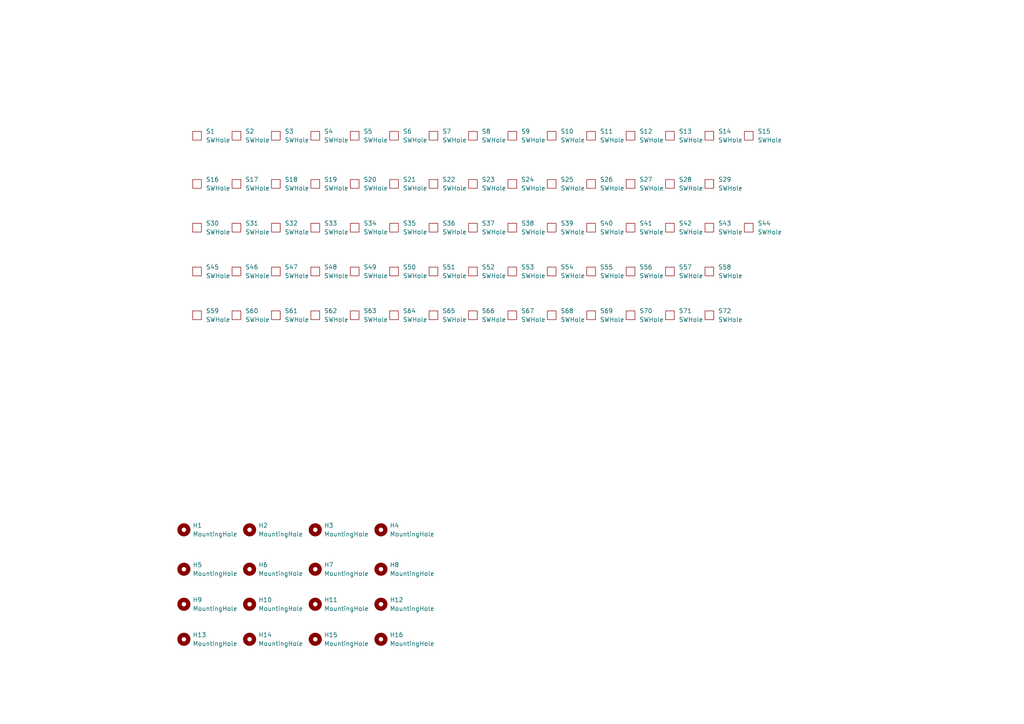
<source format=kicad_sch>
(kicad_sch (version 20250114) (generator "eeschema") (generator_version "9.0")
  (paper "A4")
  (lib_symbols
    (symbol "Mechanical:MountingHole" (pin_names (offset 1.016)) (in_bom no)
      (property "Reference" "H" (at 0 5.08 0))
      (property "Value" "MountingHole" (at 0 3.175 0))
      (symbol "MountingHole_0_1"
        (circle (center 0 0) (radius 1.27) (stroke (width 1.27)))
      )
    )
    (symbol "tmr-lib:SWHole"
      (property "Reference" "S" (at 0 2.54 0))
      (property "Value" "SWHole" (at 0 -2.54 0))
      (symbol "SWHole_0_1"
        (rectangle (start -1.27 1.27) (end 1.27 -1.27) (stroke (width 0.1524)))
      )
    )
  )
  (symbol (lib_id "tmr-lib:SWHole") (at 125.73 53.34 0) (unit 1)
    (property "Reference" "S22" (at 128.27 52.0699 0) (effects (justify left)))
    (property "Value" "SWHole" (at 128.27 54.6099 0) (effects (justify left)))
    (property "Footprint" "tmr-lib:Switch_Cutout_dummy" (effects (hide yes)))
  )
  (symbol (lib_id "tmr-lib:SWHole") (at 148.59 66.04 0) (unit 1)
    (property "Reference" "S38" (at 151.13 64.7699 0) (effects (justify left)))
    (property "Value" "SWHole" (at 151.13 67.3099 0) (effects (justify left)))
    (property "Footprint" "tmr-lib:Switch_Cutout_dummy" (effects (hide yes)))
  )
  (symbol (lib_id "Mechanical:MountingHole") (at 110.49 165.1 0) (unit 1) (in_bom no)
    (property "Reference" "H8" (at 113.03 163.8299 0) (effects (justify left)))
    (property "Value" "MountingHole" (at 113.03 166.3699 0) (effects (justify left)))
    (property "Footprint" "tmr-lib:MountingHole_2.7mm_M2.5" (effects (hide yes)))
    (property "Description" "Mounting Hole without connection" (effects (hide yes)))
  )
  (symbol (lib_id "tmr-lib:SWHole") (at 68.58 91.44 0) (unit 1)
    (property "Reference" "S60" (at 71.12 90.1699 0) (effects (justify left)))
    (property "Value" "SWHole" (at 71.12 92.7099 0) (effects (justify left)))
    (property "Footprint" "tmr-lib:Switch_Cutout_dummy" (effects (hide yes)))
  )
  (symbol (lib_id "tmr-lib:SWHole") (at 137.16 66.04 0) (unit 1)
    (property "Reference" "S37" (at 139.7 64.7699 0) (effects (justify left)))
    (property "Value" "SWHole" (at 139.7 67.3099 0) (effects (justify left)))
    (property "Footprint" "tmr-lib:Switch_Cutout_dummy" (effects (hide yes)))
  )
  (symbol (lib_id "tmr-lib:SWHole") (at 205.74 78.74 0) (unit 1)
    (property "Reference" "S58" (at 208.28 77.4699 0) (effects (justify left)))
    (property "Value" "SWHole" (at 208.28 80.0099 0) (effects (justify left)))
    (property "Footprint" "tmr-lib:Switch_Cutout_dummy" (effects (hide yes)))
  )
  (symbol (lib_id "Mechanical:MountingHole") (at 72.39 153.67 0) (unit 1) (in_bom no)
    (property "Reference" "H2" (at 74.93 152.3999 0) (effects (justify left)))
    (property "Value" "MountingHole" (at 74.93 154.9399 0) (effects (justify left)))
    (property "Footprint" "tmr-lib:MountingHole_2.7mm_M2.5" (effects (hide yes)))
    (property "Description" "Mounting Hole without connection" (effects (hide yes)))
  )
  (symbol (lib_id "tmr-lib:SWHole") (at 102.87 53.34 0) (unit 1)
    (property "Reference" "S20" (at 105.41 52.0699 0) (effects (justify left)))
    (property "Value" "SWHole" (at 105.41 54.6099 0) (effects (justify left)))
    (property "Footprint" "tmr-lib:Switch_Cutout_dummy" (effects (hide yes)))
  )
  (symbol (lib_id "tmr-lib:SWHole") (at 114.3 78.74 0) (unit 1)
    (property "Reference" "S50" (at 116.84 77.4699 0) (effects (justify left)))
    (property "Value" "SWHole" (at 116.84 80.0099 0) (effects (justify left)))
    (property "Footprint" "tmr-lib:Switch_Cutout_dummy" (effects (hide yes)))
  )
  (symbol (lib_id "tmr-lib:SWHole") (at 114.3 91.44 0) (unit 1)
    (property "Reference" "S64" (at 116.84 90.1699 0) (effects (justify left)))
    (property "Value" "SWHole" (at 116.84 92.7099 0) (effects (justify left)))
    (property "Footprint" "tmr-lib:Switch_Cutout_2u_dummy" (effects (hide yes)))
  )
  (symbol (lib_id "tmr-lib:SWHole") (at 80.01 78.74 0) (unit 1)
    (property "Reference" "S47" (at 82.55 77.4699 0) (effects (justify left)))
    (property "Value" "SWHole" (at 82.55 80.0099 0) (effects (justify left)))
    (property "Footprint" "tmr-lib:Switch_Cutout_dummy" (effects (hide yes)))
  )
  (symbol (lib_id "tmr-lib:SWHole") (at 114.3 39.37 0) (unit 1)
    (property "Reference" "S6" (at 116.84 38.0999 0) (effects (justify left)))
    (property "Value" "SWHole" (at 116.84 40.6399 0) (effects (justify left)))
    (property "Footprint" "tmr-lib:Switch_Cutout_dummy" (effects (hide yes)))
  )
  (symbol (lib_id "tmr-lib:SWHole") (at 68.58 53.34 0) (unit 1)
    (property "Reference" "S17" (at 71.12 52.0699 0) (effects (justify left)))
    (property "Value" "SWHole" (at 71.12 54.6099 0) (effects (justify left)))
    (property "Footprint" "tmr-lib:Switch_Cutout_dummy" (effects (hide yes)))
  )
  (symbol (lib_id "Mechanical:MountingHole") (at 53.34 175.26 0) (unit 1) (in_bom no)
    (property "Reference" "H9" (at 55.88 173.9899 0) (effects (justify left)))
    (property "Value" "MountingHole" (at 55.88 176.5299 0) (effects (justify left)))
    (property "Footprint" "tmr-lib:MountingHole_2.7mm_M2.5" (effects (hide yes)))
    (property "Description" "Mounting Hole without connection" (effects (hide yes)))
  )
  (symbol (lib_id "Mechanical:MountingHole") (at 72.39 165.1 0) (unit 1) (in_bom no)
    (property "Reference" "H6" (at 74.93 163.8299 0) (effects (justify left)))
    (property "Value" "MountingHole" (at 74.93 166.3699 0) (effects (justify left)))
    (property "Footprint" "tmr-lib:MountingHole_2.7mm_M2.5" (effects (hide yes)))
    (property "Description" "Mounting Hole without connection" (effects (hide yes)))
  )
  (symbol (lib_id "tmr-lib:SWHole") (at 194.31 78.74 0) (unit 1)
    (property "Reference" "S57" (at 196.85 77.4699 0) (effects (justify left)))
    (property "Value" "SWHole" (at 196.85 80.0099 0) (effects (justify left)))
    (property "Footprint" "tmr-lib:Switch_Cutout_dummy" (effects (hide yes)))
  )
  (symbol (lib_id "tmr-lib:SWHole") (at 194.31 53.34 0) (unit 1)
    (property "Reference" "S28" (at 196.85 52.0699 0) (effects (justify left)))
    (property "Value" "SWHole" (at 196.85 54.6099 0) (effects (justify left)))
    (property "Footprint" "tmr-lib:Switch_Cutout_dummy" (effects (hide yes)))
  )
  (symbol (lib_id "tmr-lib:SWHole") (at 194.31 66.04 0) (unit 1)
    (property "Reference" "S42" (at 196.85 64.7699 0) (effects (justify left)))
    (property "Value" "SWHole" (at 196.85 67.3099 0) (effects (justify left)))
    (property "Footprint" "tmr-lib:Switch_Cutout_dummy" (effects (hide yes)))
  )
  (symbol (lib_id "tmr-lib:SWHole") (at 68.58 66.04 0) (unit 1)
    (property "Reference" "S31" (at 71.12 64.7699 0) (effects (justify left)))
    (property "Value" "SWHole" (at 71.12 67.3099 0) (effects (justify left)))
    (property "Footprint" "tmr-lib:Switch_Cutout_dummy" (effects (hide yes)))
  )
  (symbol (lib_id "tmr-lib:SWHole") (at 102.87 66.04 0) (unit 1)
    (property "Reference" "S34" (at 105.41 64.7699 0) (effects (justify left)))
    (property "Value" "SWHole" (at 105.41 67.3099 0) (effects (justify left)))
    (property "Footprint" "tmr-lib:Switch_Cutout_dummy" (effects (hide yes)))
  )
  (symbol (lib_id "tmr-lib:SWHole") (at 57.15 78.74 0) (unit 1)
    (property "Reference" "S45" (at 59.69 77.4699 0) (effects (justify left)))
    (property "Value" "SWHole" (at 59.69 80.0099 0) (effects (justify left)))
    (property "Footprint" "tmr-lib:Switch_Cutout_dummy" (effects (hide yes)))
  )
  (symbol (lib_id "tmr-lib:SWHole") (at 57.15 39.37 0) (unit 1)
    (property "Reference" "S1" (at 59.69 38.0999 0) (effects (justify left)))
    (property "Value" "SWHole" (at 59.69 40.6399 0) (effects (justify left)))
    (property "Footprint" "tmr-lib:Switch_Cutout_dummy" (effects (hide yes)))
  )
  (symbol (lib_id "tmr-lib:SWHole") (at 205.74 91.44 0) (unit 1)
    (property "Reference" "S72" (at 208.28 90.1699 0) (effects (justify left)))
    (property "Value" "SWHole" (at 208.28 92.7099 0) (effects (justify left)))
    (property "Footprint" "tmr-lib:Switch_Cutout_dummy" (effects (hide yes)))
  )
  (symbol (lib_id "tmr-lib:SWHole") (at 125.73 39.37 0) (unit 1)
    (property "Reference" "S7" (at 128.27 38.0999 0) (effects (justify left)))
    (property "Value" "SWHole" (at 128.27 40.6399 0) (effects (justify left)))
    (property "Footprint" "tmr-lib:Switch_Cutout_dummy" (effects (hide yes)))
  )
  (symbol (lib_id "tmr-lib:SWHole") (at 148.59 39.37 0) (unit 1)
    (property "Reference" "S9" (at 151.13 38.0999 0) (effects (justify left)))
    (property "Value" "SWHole" (at 151.13 40.6399 0) (effects (justify left)))
    (property "Footprint" "tmr-lib:Switch_Cutout_dummy" (effects (hide yes)))
  )
  (symbol (lib_id "tmr-lib:SWHole") (at 68.58 78.74 0) (unit 1)
    (property "Reference" "S46" (at 71.12 77.4699 0) (effects (justify left)))
    (property "Value" "SWHole" (at 71.12 80.0099 0) (effects (justify left)))
    (property "Footprint" "tmr-lib:Switch_Cutout_dummy" (effects (hide yes)))
  )
  (symbol (lib_id "tmr-lib:SWHole") (at 171.45 91.44 0) (unit 1)
    (property "Reference" "S69" (at 173.99 90.1699 0) (effects (justify left)))
    (property "Value" "SWHole" (at 173.99 92.7099 0) (effects (justify left)))
    (property "Footprint" "tmr-lib:Switch_Cutout_dummy" (effects (hide yes)))
  )
  (symbol (lib_id "tmr-lib:SWHole") (at 171.45 39.37 0) (unit 1)
    (property "Reference" "S11" (at 173.99 38.0999 0) (effects (justify left)))
    (property "Value" "SWHole" (at 173.99 40.6399 0) (effects (justify left)))
    (property "Footprint" "tmr-lib:Switch_Cutout_dummy" (effects (hide yes)))
  )
  (symbol (lib_id "tmr-lib:SWHole") (at 194.31 91.44 0) (unit 1)
    (property "Reference" "S71" (at 196.85 90.1699 0) (effects (justify left)))
    (property "Value" "SWHole" (at 196.85 92.7099 0) (effects (justify left)))
    (property "Footprint" "tmr-lib:Switch_Cutout_dummy" (effects (hide yes)))
  )
  (symbol (lib_id "tmr-lib:SWHole") (at 205.74 39.37 0) (unit 1)
    (property "Reference" "S14" (at 208.28 38.0999 0) (effects (justify left)))
    (property "Value" "SWHole" (at 208.28 40.6399 0) (effects (justify left)))
    (property "Footprint" "tmr-lib:Switch_Cutout_dummy" (effects (hide yes)))
  )
  (symbol (lib_id "tmr-lib:SWHole") (at 148.59 91.44 0) (unit 1)
    (property "Reference" "S67" (at 151.13 90.1699 0) (effects (justify left)))
    (property "Value" "SWHole" (at 151.13 92.7099 0) (effects (justify left)))
    (property "Footprint" "tmr-lib:Switch_Cutout_dummy" (effects (hide yes)))
  )
  (symbol (lib_id "tmr-lib:SWHole") (at 91.44 53.34 0) (unit 1)
    (property "Reference" "S19" (at 93.98 52.0699 0) (effects (justify left)))
    (property "Value" "SWHole" (at 93.98 54.6099 0) (effects (justify left)))
    (property "Footprint" "tmr-lib:Switch_Cutout_dummy" (effects (hide yes)))
  )
  (symbol (lib_id "tmr-lib:SWHole") (at 102.87 39.37 0) (unit 1)
    (property "Reference" "S5" (at 105.41 38.0999 0) (effects (justify left)))
    (property "Value" "SWHole" (at 105.41 40.6399 0) (effects (justify left)))
    (property "Footprint" "tmr-lib:Switch_Cutout_dummy" (effects (hide yes)))
  )
  (symbol (lib_id "tmr-lib:SWHole") (at 91.44 39.37 0) (unit 1)
    (property "Reference" "S4" (at 93.98 38.0999 0) (effects (justify left)))
    (property "Value" "SWHole" (at 93.98 40.6399 0) (effects (justify left)))
    (property "Footprint" "tmr-lib:Switch_Cutout_dummy" (effects (hide yes)))
  )
  (symbol (lib_id "tmr-lib:SWHole") (at 137.16 91.44 0) (unit 1)
    (property "Reference" "S66" (at 139.7 90.1699 0) (effects (justify left)))
    (property "Value" "SWHole" (at 139.7 92.7099 0) (effects (justify left)))
    (property "Footprint" "tmr-lib:Switch_Cutout_2u_dummy" (effects (hide yes)))
  )
  (symbol (lib_id "tmr-lib:SWHole") (at 182.88 91.44 0) (unit 1)
    (property "Reference" "S70" (at 185.42 90.1699 0) (effects (justify left)))
    (property "Value" "SWHole" (at 185.42 92.7099 0) (effects (justify left)))
    (property "Footprint" "tmr-lib:Switch_Cutout_dummy" (effects (hide yes)))
  )
  (symbol (lib_id "Mechanical:MountingHole") (at 110.49 185.42 0) (unit 1) (in_bom no)
    (property "Reference" "H16" (at 113.03 184.1499 0) (effects (justify left)))
    (property "Value" "MountingHole" (at 113.03 186.6899 0) (effects (justify left)))
    (property "Footprint" "tmr-lib:MountingHole_2.7mm_M2.5" (effects (hide yes)))
    (property "Description" "Mounting Hole without connection" (effects (hide yes)))
  )
  (symbol (lib_id "tmr-lib:SWHole") (at 68.58 39.37 0) (unit 1)
    (property "Reference" "S2" (at 71.12 38.0999 0) (effects (justify left)))
    (property "Value" "SWHole" (at 71.12 40.6399 0) (effects (justify left)))
    (property "Footprint" "tmr-lib:Switch_Cutout_dummy" (effects (hide yes)))
  )
  (symbol (lib_id "tmr-lib:SWHole") (at 125.73 78.74 0) (unit 1)
    (property "Reference" "S51" (at 128.27 77.4699 0) (effects (justify left)))
    (property "Value" "SWHole" (at 128.27 80.0099 0) (effects (justify left)))
    (property "Footprint" "tmr-lib:Switch_Cutout_dummy" (effects (hide yes)))
  )
  (symbol (lib_id "tmr-lib:SWHole") (at 137.16 53.34 0) (unit 1)
    (property "Reference" "S23" (at 139.7 52.0699 0) (effects (justify left)))
    (property "Value" "SWHole" (at 139.7 54.6099 0) (effects (justify left)))
    (property "Footprint" "tmr-lib:Switch_Cutout_dummy" (effects (hide yes)))
  )
  (symbol (lib_id "Mechanical:MountingHole") (at 53.34 185.42 0) (unit 1) (in_bom no)
    (property "Reference" "H13" (at 55.88 184.1499 0) (effects (justify left)))
    (property "Value" "MountingHole" (at 55.88 186.6899 0) (effects (justify left)))
    (property "Footprint" "tmr-lib:MountingHole_2.7mm_M2.5" (effects (hide yes)))
    (property "Description" "Mounting Hole without connection" (effects (hide yes)))
  )
  (symbol (lib_id "Mechanical:MountingHole") (at 91.44 185.42 0) (unit 1) (in_bom no)
    (property "Reference" "H15" (at 93.98 184.1499 0) (effects (justify left)))
    (property "Value" "MountingHole" (at 93.98 186.6899 0) (effects (justify left)))
    (property "Footprint" "tmr-lib:MountingHole_2.7mm_M2.5" (effects (hide yes)))
    (property "Description" "Mounting Hole without connection" (effects (hide yes)))
  )
  (symbol (lib_id "tmr-lib:SWHole") (at 91.44 78.74 0) (unit 1)
    (property "Reference" "S48" (at 93.98 77.4699 0) (effects (justify left)))
    (property "Value" "SWHole" (at 93.98 80.0099 0) (effects (justify left)))
    (property "Footprint" "tmr-lib:Switch_Cutout_dummy" (effects (hide yes)))
  )
  (symbol (lib_id "Mechanical:MountingHole") (at 72.39 175.26 0) (unit 1) (in_bom no)
    (property "Reference" "H10" (at 74.93 173.9899 0) (effects (justify left)))
    (property "Value" "MountingHole" (at 74.93 176.5299 0) (effects (justify left)))
    (property "Footprint" "tmr-lib:MountingHole_2.7mm_M2.5" (effects (hide yes)))
    (property "Description" "Mounting Hole without connection" (effects (hide yes)))
  )
  (symbol (lib_id "tmr-lib:SWHole") (at 80.01 53.34 0) (unit 1)
    (property "Reference" "S18" (at 82.55 52.0699 0) (effects (justify left)))
    (property "Value" "SWHole" (at 82.55 54.6099 0) (effects (justify left)))
    (property "Footprint" "tmr-lib:Switch_Cutout_dummy" (effects (hide yes)))
  )
  (symbol (lib_id "tmr-lib:SWHole") (at 171.45 78.74 0) (unit 1)
    (property "Reference" "S55" (at 173.99 77.4699 0) (effects (justify left)))
    (property "Value" "SWHole" (at 173.99 80.0099 0) (effects (justify left)))
    (property "Footprint" "tmr-lib:Switch_Cutout_dummy" (effects (hide yes)))
  )
  (symbol (lib_id "tmr-lib:SWHole") (at 80.01 66.04 0) (unit 1)
    (property "Reference" "S32" (at 82.55 64.7699 0) (effects (justify left)))
    (property "Value" "SWHole" (at 82.55 67.3099 0) (effects (justify left)))
    (property "Footprint" "tmr-lib:Switch_Cutout_dummy" (effects (hide yes)))
  )
  (symbol (lib_id "tmr-lib:SWHole") (at 102.87 78.74 0) (unit 1)
    (property "Reference" "S49" (at 105.41 77.4699 0) (effects (justify left)))
    (property "Value" "SWHole" (at 105.41 80.0099 0) (effects (justify left)))
    (property "Footprint" "tmr-lib:Switch_Cutout_dummy" (effects (hide yes)))
  )
  (symbol (lib_id "tmr-lib:SWHole") (at 160.02 39.37 0) (unit 1)
    (property "Reference" "S10" (at 162.56 38.0999 0) (effects (justify left)))
    (property "Value" "SWHole" (at 162.56 40.6399 0) (effects (justify left)))
    (property "Footprint" "tmr-lib:Switch_Cutout_dummy" (effects (hide yes)))
  )
  (symbol (lib_id "tmr-lib:SWHole") (at 114.3 66.04 0) (unit 1)
    (property "Reference" "S35" (at 116.84 64.7699 0) (effects (justify left)))
    (property "Value" "SWHole" (at 116.84 67.3099 0) (effects (justify left)))
    (property "Footprint" "tmr-lib:Switch_Cutout_dummy" (effects (hide yes)))
  )
  (symbol (lib_id "tmr-lib:SWHole") (at 57.15 53.34 0) (unit 1)
    (property "Reference" "S16" (at 59.69 52.0699 0) (effects (justify left)))
    (property "Value" "SWHole" (at 59.69 54.6099 0) (effects (justify left)))
    (property "Footprint" "tmr-lib:Switch_Cutout_dummy" (effects (hide yes)))
  )
  (symbol (lib_id "tmr-lib:SWHole") (at 205.74 66.04 0) (unit 1)
    (property "Reference" "S43" (at 208.28 64.7699 0) (effects (justify left)))
    (property "Value" "SWHole" (at 208.28 67.3099 0) (effects (justify left)))
    (property "Footprint" "tmr-lib:Switch_Cutout_dummy" (effects (hide yes)))
  )
  (symbol (lib_id "tmr-lib:SWHole") (at 160.02 78.74 0) (unit 1)
    (property "Reference" "S54" (at 162.56 77.4699 0) (effects (justify left)))
    (property "Value" "SWHole" (at 162.56 80.0099 0) (effects (justify left)))
    (property "Footprint" "tmr-lib:Switch_Cutout_dummy" (effects (hide yes)))
  )
  (symbol (lib_id "tmr-lib:SWHole") (at 171.45 53.34 0) (unit 1)
    (property "Reference" "S26" (at 173.99 52.0699 0) (effects (justify left)))
    (property "Value" "SWHole" (at 173.99 54.6099 0) (effects (justify left)))
    (property "Footprint" "tmr-lib:Switch_Cutout_dummy" (effects (hide yes)))
  )
  (symbol (lib_id "tmr-lib:SWHole") (at 182.88 78.74 0) (unit 1)
    (property "Reference" "S56" (at 185.42 77.4699 0) (effects (justify left)))
    (property "Value" "SWHole" (at 185.42 80.0099 0) (effects (justify left)))
    (property "Footprint" "tmr-lib:Switch_Cutout_dummy" (effects (hide yes)))
  )
  (symbol (lib_id "Mechanical:MountingHole") (at 53.34 153.67 0) (unit 1) (in_bom no)
    (property "Reference" "H1" (at 55.88 152.3999 0) (effects (justify left)))
    (property "Value" "MountingHole" (at 55.88 154.9399 0) (effects (justify left)))
    (property "Footprint" "tmr-lib:MountingHole_2.7mm_M2.5" (effects (hide yes)))
    (property "Description" "Mounting Hole without connection" (effects (hide yes)))
  )
  (symbol (lib_id "tmr-lib:SWHole") (at 91.44 91.44 0) (unit 1)
    (property "Reference" "S62" (at 93.98 90.1699 0) (effects (justify left)))
    (property "Value" "SWHole" (at 93.98 92.7099 0) (effects (justify left)))
    (property "Footprint" "tmr-lib:Switch_Cutout_dummy" (effects (hide yes)))
  )
  (symbol (lib_id "tmr-lib:SWHole") (at 137.16 39.37 0) (unit 1)
    (property "Reference" "S8" (at 139.7 38.0999 0) (effects (justify left)))
    (property "Value" "SWHole" (at 139.7 40.6399 0) (effects (justify left)))
    (property "Footprint" "tmr-lib:Switch_Cutout_dummy" (effects (hide yes)))
  )
  (symbol (lib_id "tmr-lib:SWHole") (at 182.88 39.37 0) (unit 1)
    (property "Reference" "S12" (at 185.42 38.0999 0) (effects (justify left)))
    (property "Value" "SWHole" (at 185.42 40.6399 0) (effects (justify left)))
    (property "Footprint" "tmr-lib:Switch_Cutout_dummy" (effects (hide yes)))
  )
  (symbol (lib_id "tmr-lib:SWHole") (at 182.88 66.04 0) (unit 1)
    (property "Reference" "S41" (at 185.42 64.7699 0) (effects (justify left)))
    (property "Value" "SWHole" (at 185.42 67.3099 0) (effects (justify left)))
    (property "Footprint" "tmr-lib:Switch_Cutout_dummy" (effects (hide yes)))
  )
  (symbol (lib_id "tmr-lib:SWHole") (at 57.15 66.04 0) (unit 1)
    (property "Reference" "S30" (at 59.69 64.7699 0) (effects (justify left)))
    (property "Value" "SWHole" (at 59.69 67.3099 0) (effects (justify left)))
    (property "Footprint" "tmr-lib:Switch_Cutout_dummy" (effects (hide yes)))
  )
  (symbol (lib_id "tmr-lib:SWHole") (at 137.16 78.74 0) (unit 1)
    (property "Reference" "S52" (at 139.7 77.4699 0) (effects (justify left)))
    (property "Value" "SWHole" (at 139.7 80.0099 0) (effects (justify left)))
    (property "Footprint" "tmr-lib:Switch_Cutout_dummy" (effects (hide yes)))
  )
  (symbol (lib_id "tmr-lib:SWHole") (at 125.73 91.44 0) (unit 1)
    (property "Reference" "S65" (at 128.27 90.1699 0) (effects (justify left)))
    (property "Value" "SWHole" (at 128.27 92.7099 0) (effects (justify left)))
    (property "Footprint" "tmr-lib:Switch_Cutout_dummy" (effects (hide yes)))
  )
  (symbol (lib_id "tmr-lib:SWHole") (at 148.59 78.74 0) (unit 1)
    (property "Reference" "S53" (at 151.13 77.4699 0) (effects (justify left)))
    (property "Value" "SWHole" (at 151.13 80.0099 0) (effects (justify left)))
    (property "Footprint" "tmr-lib:Switch_Cutout_dummy" (effects (hide yes)))
  )
  (symbol (lib_id "tmr-lib:SWHole") (at 160.02 53.34 0) (unit 1)
    (property "Reference" "S25" (at 162.56 52.0699 0) (effects (justify left)))
    (property "Value" "SWHole" (at 162.56 54.6099 0) (effects (justify left)))
    (property "Footprint" "tmr-lib:Switch_Cutout_dummy" (effects (hide yes)))
  )
  (symbol (lib_id "Mechanical:MountingHole") (at 91.44 165.1 0) (unit 1) (in_bom no)
    (property "Reference" "H7" (at 93.98 163.8299 0) (effects (justify left)))
    (property "Value" "MountingHole" (at 93.98 166.3699 0) (effects (justify left)))
    (property "Footprint" "tmr-lib:MountingHole_2.7mm_M2.5" (effects (hide yes)))
    (property "Description" "Mounting Hole without connection" (effects (hide yes)))
  )
  (symbol (lib_id "tmr-lib:SWHole") (at 160.02 91.44 0) (unit 1)
    (property "Reference" "S68" (at 162.56 90.1699 0) (effects (justify left)))
    (property "Value" "SWHole" (at 162.56 92.7099 0) (effects (justify left)))
    (property "Footprint" "tmr-lib:Switch_Cutout_dummy" (effects (hide yes)))
  )
  (symbol (lib_id "tmr-lib:SWHole") (at 148.59 53.34 0) (unit 1)
    (property "Reference" "S24" (at 151.13 52.0699 0) (effects (justify left)))
    (property "Value" "SWHole" (at 151.13 54.6099 0) (effects (justify left)))
    (property "Footprint" "tmr-lib:Switch_Cutout_dummy" (effects (hide yes)))
  )
  (symbol (lib_id "Mechanical:MountingHole") (at 91.44 153.67 0) (unit 1) (in_bom no)
    (property "Reference" "H3" (at 93.98 152.3999 0) (effects (justify left)))
    (property "Value" "MountingHole" (at 93.98 154.9399 0) (effects (justify left)))
    (property "Footprint" "tmr-lib:MountingHole_2.7mm_M2.5" (effects (hide yes)))
    (property "Description" "Mounting Hole without connection" (effects (hide yes)))
  )
  (symbol (lib_id "tmr-lib:SWHole") (at 217.17 39.37 0) (unit 1)
    (property "Reference" "S15" (at 219.71 38.0999 0) (effects (justify left)))
    (property "Value" "SWHole" (at 219.71 40.6399 0) (effects (justify left)))
    (property "Footprint" "tmr-lib:Switch_Cutout_dummy" (effects (hide yes)))
  )
  (symbol (lib_id "Mechanical:MountingHole") (at 72.39 185.42 0) (unit 1) (in_bom no)
    (property "Reference" "H14" (at 74.93 184.1499 0) (effects (justify left)))
    (property "Value" "MountingHole" (at 74.93 186.6899 0) (effects (justify left)))
    (property "Footprint" "tmr-lib:MountingHole_2.7mm_M2.5" (effects (hide yes)))
    (property "Description" "Mounting Hole without connection" (effects (hide yes)))
  )
  (symbol (lib_id "tmr-lib:SWHole") (at 217.17 66.04 0) (unit 1)
    (property "Reference" "S44" (at 219.71 64.7699 0) (effects (justify left)))
    (property "Value" "SWHole" (at 219.71 67.3099 0) (effects (justify left)))
    (property "Footprint" "tmr-lib:Switch_Cutout_dummy" (effects (hide yes)))
  )
  (symbol (lib_id "tmr-lib:SWHole") (at 80.01 39.37 0) (unit 1)
    (property "Reference" "S3" (at 82.55 38.0999 0) (effects (justify left)))
    (property "Value" "SWHole" (at 82.55 40.6399 0) (effects (justify left)))
    (property "Footprint" "tmr-lib:Switch_Cutout_dummy" (effects (hide yes)))
  )
  (symbol (lib_id "tmr-lib:SWHole") (at 80.01 91.44 0) (unit 1)
    (property "Reference" "S61" (at 82.55 90.1699 0) (effects (justify left)))
    (property "Value" "SWHole" (at 82.55 92.7099 0) (effects (justify left)))
    (property "Footprint" "tmr-lib:Switch_Cutout_dummy" (effects (hide yes)))
  )
  (symbol (lib_id "tmr-lib:SWHole") (at 160.02 66.04 0) (unit 1)
    (property "Reference" "S39" (at 162.56 64.7699 0) (effects (justify left)))
    (property "Value" "SWHole" (at 162.56 67.3099 0) (effects (justify left)))
    (property "Footprint" "tmr-lib:Switch_Cutout_dummy" (effects (hide yes)))
  )
  (symbol (lib_id "tmr-lib:SWHole") (at 125.73 66.04 0) (unit 1)
    (property "Reference" "S36" (at 128.27 64.7699 0) (effects (justify left)))
    (property "Value" "SWHole" (at 128.27 67.3099 0) (effects (justify left)))
    (property "Footprint" "tmr-lib:Switch_Cutout_dummy" (effects (hide yes)))
  )
  (symbol (lib_id "Mechanical:MountingHole") (at 110.49 175.26 0) (unit 1) (in_bom no)
    (property "Reference" "H12" (at 113.03 173.9899 0) (effects (justify left)))
    (property "Value" "MountingHole" (at 113.03 176.5299 0) (effects (justify left)))
    (property "Footprint" "tmr-lib:MountingHole_2.7mm_M2.5" (effects (hide yes)))
    (property "Description" "Mounting Hole without connection" (effects (hide yes)))
  )
  (symbol (lib_id "Mechanical:MountingHole") (at 91.44 175.26 0) (unit 1) (in_bom no)
    (property "Reference" "H11" (at 93.98 173.9899 0) (effects (justify left)))
    (property "Value" "MountingHole" (at 93.98 176.5299 0) (effects (justify left)))
    (property "Footprint" "tmr-lib:MountingHole_2.7mm_M2.5" (effects (hide yes)))
    (property "Description" "Mounting Hole without connection" (effects (hide yes)))
  )
  (symbol (lib_id "tmr-lib:SWHole") (at 194.31 39.37 0) (unit 1)
    (property "Reference" "S13" (at 196.85 38.0999 0) (effects (justify left)))
    (property "Value" "SWHole" (at 196.85 40.6399 0) (effects (justify left)))
    (property "Footprint" "tmr-lib:Switch_Cutout_dummy" (effects (hide yes)))
  )
  (symbol (lib_id "tmr-lib:SWHole") (at 171.45 66.04 0) (unit 1)
    (property "Reference" "S40" (at 173.99 64.7699 0) (effects (justify left)))
    (property "Value" "SWHole" (at 173.99 67.3099 0) (effects (justify left)))
    (property "Footprint" "tmr-lib:Switch_Cutout_dummy" (effects (hide yes)))
  )
  (symbol (lib_id "tmr-lib:SWHole") (at 205.74 53.34 0) (unit 1)
    (property "Reference" "S29" (at 208.28 52.0699 0) (effects (justify left)))
    (property "Value" "SWHole" (at 208.28 54.6099 0) (effects (justify left)))
    (property "Footprint" "tmr-lib:Switch_Cutout_dummy" (effects (hide yes)))
  )
  (symbol (lib_id "tmr-lib:SWHole") (at 57.15 91.44 0) (unit 1)
    (property "Reference" "S59" (at 59.69 90.1699 0) (effects (justify left)))
    (property "Value" "SWHole" (at 59.69 92.7099 0) (effects (justify left)))
    (property "Footprint" "tmr-lib:Switch_Cutout_dummy" (effects (hide yes)))
  )
  (symbol (lib_id "Mechanical:MountingHole") (at 53.34 165.1 0) (unit 1) (in_bom no)
    (property "Reference" "H5" (at 55.88 163.8299 0) (effects (justify left)))
    (property "Value" "MountingHole" (at 55.88 166.3699 0) (effects (justify left)))
    (property "Footprint" "tmr-lib:MountingHole_2.7mm_M2.5" (effects (hide yes)))
    (property "Description" "Mounting Hole without connection" (effects (hide yes)))
  )
  (symbol (lib_id "Mechanical:MountingHole") (at 110.49 153.67 0) (unit 1) (in_bom no)
    (property "Reference" "H4" (at 113.03 152.3999 0) (effects (justify left)))
    (property "Value" "MountingHole" (at 113.03 154.9399 0) (effects (justify left)))
    (property "Footprint" "tmr-lib:MountingHole_2.7mm_M2.5" (effects (hide yes)))
    (property "Description" "Mounting Hole without connection" (effects (hide yes)))
  )
  (symbol (lib_id "tmr-lib:SWHole") (at 102.87 91.44 0) (unit 1)
    (property "Reference" "S63" (at 105.41 90.1699 0) (effects (justify left)))
    (property "Value" "SWHole" (at 105.41 92.7099 0) (effects (justify left)))
    (property "Footprint" "tmr-lib:Switch_Cutout_dummy" (effects (hide yes)))
  )
  (symbol (lib_id "tmr-lib:SWHole") (at 182.88 53.34 0) (unit 1)
    (property "Reference" "S27" (at 185.42 52.0699 0) (effects (justify left)))
    (property "Value" "SWHole" (at 185.42 54.6099 0) (effects (justify left)))
    (property "Footprint" "tmr-lib:Switch_Cutout_dummy" (effects (hide yes)))
  )
  (symbol (lib_id "tmr-lib:SWHole") (at 91.44 66.04 0) (unit 1)
    (property "Reference" "S33" (at 93.98 64.7699 0) (effects (justify left)))
    (property "Value" "SWHole" (at 93.98 67.3099 0) (effects (justify left)))
    (property "Footprint" "tmr-lib:Switch_Cutout_dummy" (effects (hide yes)))
  )
  (symbol (lib_id "tmr-lib:SWHole") (at 114.3 53.34 0) (unit 1)
    (property "Reference" "S21" (at 116.84 52.0699 0) (effects (justify left)))
    (property "Value" "SWHole" (at 116.84 54.6099 0) (effects (justify left)))
    (property "Footprint" "tmr-lib:Switch_Cutout_dummy" (effects (hide yes)))
  )
)
</source>
